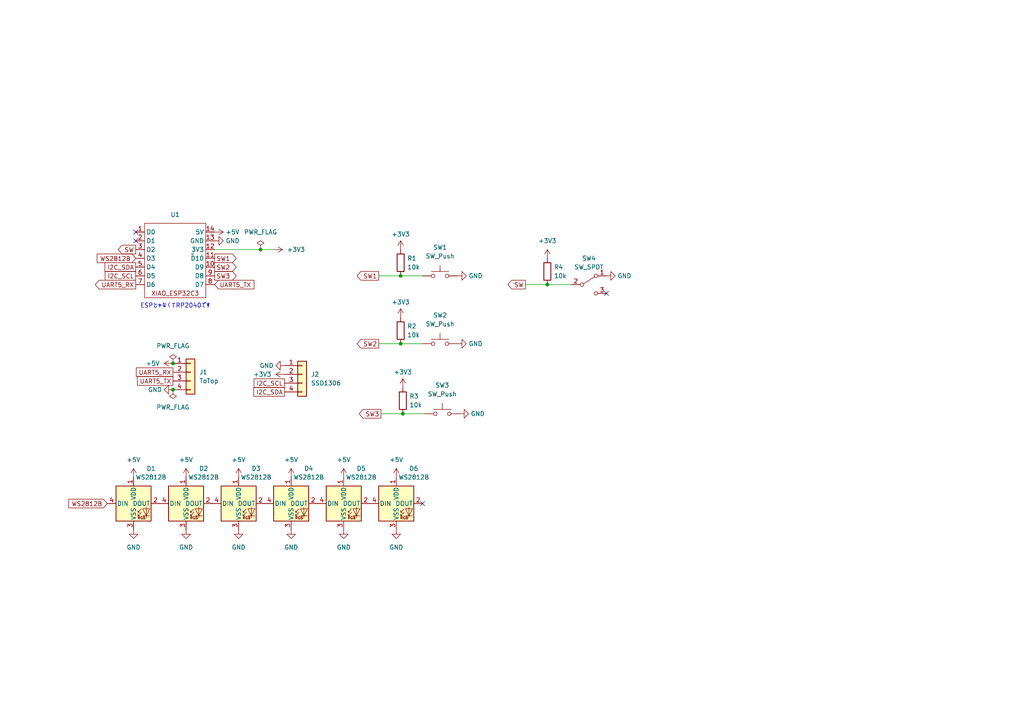
<source format=kicad_sch>
(kicad_sch (version 20230121) (generator eeschema)

  (uuid 56e2af69-96bd-455b-a138-934a805278bc)

  (paper "A4")

  (title_block
    (title "02-top")
    (date "2024-04-28")
    (company "tuton")
  )

  (lib_symbols
    (symbol "Connector_Generic:Conn_01x04" (pin_names (offset 1.016) hide) (in_bom yes) (on_board yes)
      (property "Reference" "J" (at 0 5.08 0)
        (effects (font (size 1.27 1.27)))
      )
      (property "Value" "Conn_01x04" (at 0 -7.62 0)
        (effects (font (size 1.27 1.27)))
      )
      (property "Footprint" "" (at 0 0 0)
        (effects (font (size 1.27 1.27)) hide)
      )
      (property "Datasheet" "~" (at 0 0 0)
        (effects (font (size 1.27 1.27)) hide)
      )
      (property "ki_keywords" "connector" (at 0 0 0)
        (effects (font (size 1.27 1.27)) hide)
      )
      (property "ki_description" "Generic connector, single row, 01x04, script generated (kicad-library-utils/schlib/autogen/connector/)" (at 0 0 0)
        (effects (font (size 1.27 1.27)) hide)
      )
      (property "ki_fp_filters" "Connector*:*_1x??_*" (at 0 0 0)
        (effects (font (size 1.27 1.27)) hide)
      )
      (symbol "Conn_01x04_1_1"
        (rectangle (start -1.27 -4.953) (end 0 -5.207)
          (stroke (width 0.1524) (type default))
          (fill (type none))
        )
        (rectangle (start -1.27 -2.413) (end 0 -2.667)
          (stroke (width 0.1524) (type default))
          (fill (type none))
        )
        (rectangle (start -1.27 0.127) (end 0 -0.127)
          (stroke (width 0.1524) (type default))
          (fill (type none))
        )
        (rectangle (start -1.27 2.667) (end 0 2.413)
          (stroke (width 0.1524) (type default))
          (fill (type none))
        )
        (rectangle (start -1.27 3.81) (end 1.27 -6.35)
          (stroke (width 0.254) (type default))
          (fill (type background))
        )
        (pin passive line (at -5.08 2.54 0) (length 3.81)
          (name "Pin_1" (effects (font (size 1.27 1.27))))
          (number "1" (effects (font (size 1.27 1.27))))
        )
        (pin passive line (at -5.08 0 0) (length 3.81)
          (name "Pin_2" (effects (font (size 1.27 1.27))))
          (number "2" (effects (font (size 1.27 1.27))))
        )
        (pin passive line (at -5.08 -2.54 0) (length 3.81)
          (name "Pin_3" (effects (font (size 1.27 1.27))))
          (number "3" (effects (font (size 1.27 1.27))))
        )
        (pin passive line (at -5.08 -5.08 0) (length 3.81)
          (name "Pin_4" (effects (font (size 1.27 1.27))))
          (number "4" (effects (font (size 1.27 1.27))))
        )
      )
    )
    (symbol "Device:R" (pin_numbers hide) (pin_names (offset 0)) (in_bom yes) (on_board yes)
      (property "Reference" "R" (at 2.032 0 90)
        (effects (font (size 1.27 1.27)))
      )
      (property "Value" "R" (at 0 0 90)
        (effects (font (size 1.27 1.27)))
      )
      (property "Footprint" "" (at -1.778 0 90)
        (effects (font (size 1.27 1.27)) hide)
      )
      (property "Datasheet" "~" (at 0 0 0)
        (effects (font (size 1.27 1.27)) hide)
      )
      (property "ki_keywords" "R res resistor" (at 0 0 0)
        (effects (font (size 1.27 1.27)) hide)
      )
      (property "ki_description" "Resistor" (at 0 0 0)
        (effects (font (size 1.27 1.27)) hide)
      )
      (property "ki_fp_filters" "R_*" (at 0 0 0)
        (effects (font (size 1.27 1.27)) hide)
      )
      (symbol "R_0_1"
        (rectangle (start -1.016 -2.54) (end 1.016 2.54)
          (stroke (width 0.254) (type default))
          (fill (type none))
        )
      )
      (symbol "R_1_1"
        (pin passive line (at 0 3.81 270) (length 1.27)
          (name "~" (effects (font (size 1.27 1.27))))
          (number "1" (effects (font (size 1.27 1.27))))
        )
        (pin passive line (at 0 -3.81 90) (length 1.27)
          (name "~" (effects (font (size 1.27 1.27))))
          (number "2" (effects (font (size 1.27 1.27))))
        )
      )
    )
    (symbol "LED:WS2812B" (pin_names (offset 0.254)) (in_bom yes) (on_board yes)
      (property "Reference" "D" (at 5.08 5.715 0)
        (effects (font (size 1.27 1.27)) (justify right bottom))
      )
      (property "Value" "WS2812B" (at 1.27 -5.715 0)
        (effects (font (size 1.27 1.27)) (justify left top))
      )
      (property "Footprint" "LED_SMD:LED_WS2812B_PLCC4_5.0x5.0mm_P3.2mm" (at 1.27 -7.62 0)
        (effects (font (size 1.27 1.27)) (justify left top) hide)
      )
      (property "Datasheet" "https://cdn-shop.adafruit.com/datasheets/WS2812B.pdf" (at 2.54 -9.525 0)
        (effects (font (size 1.27 1.27)) (justify left top) hide)
      )
      (property "ki_keywords" "RGB LED NeoPixel addressable" (at 0 0 0)
        (effects (font (size 1.27 1.27)) hide)
      )
      (property "ki_description" "RGB LED with integrated controller" (at 0 0 0)
        (effects (font (size 1.27 1.27)) hide)
      )
      (property "ki_fp_filters" "LED*WS2812*PLCC*5.0x5.0mm*P3.2mm*" (at 0 0 0)
        (effects (font (size 1.27 1.27)) hide)
      )
      (symbol "WS2812B_0_0"
        (text "RGB" (at 2.286 -4.191 0)
          (effects (font (size 0.762 0.762)))
        )
      )
      (symbol "WS2812B_0_1"
        (polyline
          (pts
            (xy 1.27 -3.556)
            (xy 1.778 -3.556)
          )
          (stroke (width 0) (type default))
          (fill (type none))
        )
        (polyline
          (pts
            (xy 1.27 -2.54)
            (xy 1.778 -2.54)
          )
          (stroke (width 0) (type default))
          (fill (type none))
        )
        (polyline
          (pts
            (xy 4.699 -3.556)
            (xy 2.667 -3.556)
          )
          (stroke (width 0) (type default))
          (fill (type none))
        )
        (polyline
          (pts
            (xy 2.286 -2.54)
            (xy 1.27 -3.556)
            (xy 1.27 -3.048)
          )
          (stroke (width 0) (type default))
          (fill (type none))
        )
        (polyline
          (pts
            (xy 2.286 -1.524)
            (xy 1.27 -2.54)
            (xy 1.27 -2.032)
          )
          (stroke (width 0) (type default))
          (fill (type none))
        )
        (polyline
          (pts
            (xy 3.683 -1.016)
            (xy 3.683 -3.556)
            (xy 3.683 -4.064)
          )
          (stroke (width 0) (type default))
          (fill (type none))
        )
        (polyline
          (pts
            (xy 4.699 -1.524)
            (xy 2.667 -1.524)
            (xy 3.683 -3.556)
            (xy 4.699 -1.524)
          )
          (stroke (width 0) (type default))
          (fill (type none))
        )
        (rectangle (start 5.08 5.08) (end -5.08 -5.08)
          (stroke (width 0.254) (type default))
          (fill (type background))
        )
      )
      (symbol "WS2812B_1_1"
        (pin power_in line (at 0 7.62 270) (length 2.54)
          (name "VDD" (effects (font (size 1.27 1.27))))
          (number "1" (effects (font (size 1.27 1.27))))
        )
        (pin output line (at 7.62 0 180) (length 2.54)
          (name "DOUT" (effects (font (size 1.27 1.27))))
          (number "2" (effects (font (size 1.27 1.27))))
        )
        (pin power_in line (at 0 -7.62 90) (length 2.54)
          (name "VSS" (effects (font (size 1.27 1.27))))
          (number "3" (effects (font (size 1.27 1.27))))
        )
        (pin input line (at -7.62 0 0) (length 2.54)
          (name "DIN" (effects (font (size 1.27 1.27))))
          (number "4" (effects (font (size 1.27 1.27))))
        )
      )
    )
    (symbol "Switch:SW_Push" (pin_numbers hide) (pin_names (offset 1.016) hide) (in_bom yes) (on_board yes)
      (property "Reference" "SW" (at 1.27 2.54 0)
        (effects (font (size 1.27 1.27)) (justify left))
      )
      (property "Value" "SW_Push" (at 0 -1.524 0)
        (effects (font (size 1.27 1.27)))
      )
      (property "Footprint" "" (at 0 5.08 0)
        (effects (font (size 1.27 1.27)) hide)
      )
      (property "Datasheet" "~" (at 0 5.08 0)
        (effects (font (size 1.27 1.27)) hide)
      )
      (property "ki_keywords" "switch normally-open pushbutton push-button" (at 0 0 0)
        (effects (font (size 1.27 1.27)) hide)
      )
      (property "ki_description" "Push button switch, generic, two pins" (at 0 0 0)
        (effects (font (size 1.27 1.27)) hide)
      )
      (symbol "SW_Push_0_1"
        (circle (center -2.032 0) (radius 0.508)
          (stroke (width 0) (type default))
          (fill (type none))
        )
        (polyline
          (pts
            (xy 0 1.27)
            (xy 0 3.048)
          )
          (stroke (width 0) (type default))
          (fill (type none))
        )
        (polyline
          (pts
            (xy 2.54 1.27)
            (xy -2.54 1.27)
          )
          (stroke (width 0) (type default))
          (fill (type none))
        )
        (circle (center 2.032 0) (radius 0.508)
          (stroke (width 0) (type default))
          (fill (type none))
        )
        (pin passive line (at -5.08 0 0) (length 2.54)
          (name "1" (effects (font (size 1.27 1.27))))
          (number "1" (effects (font (size 1.27 1.27))))
        )
        (pin passive line (at 5.08 0 180) (length 2.54)
          (name "2" (effects (font (size 1.27 1.27))))
          (number "2" (effects (font (size 1.27 1.27))))
        )
      )
    )
    (symbol "Switch:SW_SPDT" (pin_names (offset 0) hide) (in_bom yes) (on_board yes)
      (property "Reference" "SW" (at 0 4.318 0)
        (effects (font (size 1.27 1.27)))
      )
      (property "Value" "SW_SPDT" (at 0 -5.08 0)
        (effects (font (size 1.27 1.27)))
      )
      (property "Footprint" "" (at 0 0 0)
        (effects (font (size 1.27 1.27)) hide)
      )
      (property "Datasheet" "~" (at 0 0 0)
        (effects (font (size 1.27 1.27)) hide)
      )
      (property "ki_keywords" "switch single-pole double-throw spdt ON-ON" (at 0 0 0)
        (effects (font (size 1.27 1.27)) hide)
      )
      (property "ki_description" "Switch, single pole double throw" (at 0 0 0)
        (effects (font (size 1.27 1.27)) hide)
      )
      (symbol "SW_SPDT_0_0"
        (circle (center -2.032 0) (radius 0.508)
          (stroke (width 0) (type default))
          (fill (type none))
        )
        (circle (center 2.032 -2.54) (radius 0.508)
          (stroke (width 0) (type default))
          (fill (type none))
        )
      )
      (symbol "SW_SPDT_0_1"
        (polyline
          (pts
            (xy -1.524 0.254)
            (xy 1.651 2.286)
          )
          (stroke (width 0) (type default))
          (fill (type none))
        )
        (circle (center 2.032 2.54) (radius 0.508)
          (stroke (width 0) (type default))
          (fill (type none))
        )
      )
      (symbol "SW_SPDT_1_1"
        (pin passive line (at 5.08 2.54 180) (length 2.54)
          (name "A" (effects (font (size 1.27 1.27))))
          (number "1" (effects (font (size 1.27 1.27))))
        )
        (pin passive line (at -5.08 0 0) (length 2.54)
          (name "B" (effects (font (size 1.27 1.27))))
          (number "2" (effects (font (size 1.27 1.27))))
        )
        (pin passive line (at 5.08 -2.54 180) (length 2.54)
          (name "C" (effects (font (size 1.27 1.27))))
          (number "3" (effects (font (size 1.27 1.27))))
        )
      )
    )
    (symbol "XIAO:XIAO_ESP32C3" (in_bom yes) (on_board yes)
      (property "Reference" "U" (at -6.35 -13.97 0)
        (effects (font (size 1.27 1.27)))
      )
      (property "Value" "" (at 5.08 0 0)
        (effects (font (size 1.27 1.27)))
      )
      (property "Footprint" "" (at 5.08 0 0)
        (effects (font (size 1.27 1.27)) hide)
      )
      (property "Datasheet" "" (at 5.08 0 0)
        (effects (font (size 1.27 1.27)) hide)
      )
      (symbol "XIAO_ESP32C3_0_1"
        (rectangle (start -8.89 8.89) (end 8.89 -12.7)
          (stroke (width 0) (type default))
          (fill (type none))
        )
      )
      (symbol "XIAO_ESP32C3_1_1"
        (text "XIAO_ESP32C3" (at 0 -11.43 0)
          (effects (font (size 1.27 1.27)))
        )
        (pin passive line (at -11.43 6.35 0) (length 2.54)
          (name "D0" (effects (font (size 1.27 1.27))))
          (number "1" (effects (font (size 1.27 1.27))))
        )
        (pin passive line (at 11.43 -3.81 180) (length 2.54)
          (name "D9" (effects (font (size 1.27 1.27))))
          (number "10" (effects (font (size 1.27 1.27))))
        )
        (pin passive line (at 11.43 -1.27 180) (length 2.54)
          (name "D10" (effects (font (size 1.27 1.27))))
          (number "11" (effects (font (size 1.27 1.27))))
        )
        (pin passive line (at 11.43 1.27 180) (length 2.54)
          (name "3V3" (effects (font (size 1.27 1.27))))
          (number "12" (effects (font (size 1.27 1.27))))
        )
        (pin passive line (at 11.43 3.81 180) (length 2.54)
          (name "GND" (effects (font (size 1.27 1.27))))
          (number "13" (effects (font (size 1.27 1.27))))
        )
        (pin passive line (at 11.43 6.35 180) (length 2.54)
          (name "5V" (effects (font (size 1.27 1.27))))
          (number "14" (effects (font (size 1.27 1.27))))
        )
        (pin passive line (at -11.43 3.81 0) (length 2.54)
          (name "D1" (effects (font (size 1.27 1.27))))
          (number "2" (effects (font (size 1.27 1.27))))
        )
        (pin passive line (at -11.43 1.27 0) (length 2.54)
          (name "D2" (effects (font (size 1.27 1.27))))
          (number "3" (effects (font (size 1.27 1.27))))
        )
        (pin passive line (at -11.43 -1.27 0) (length 2.54)
          (name "D3" (effects (font (size 1.27 1.27))))
          (number "4" (effects (font (size 1.27 1.27))))
        )
        (pin passive line (at -11.43 -3.81 0) (length 2.54)
          (name "D4" (effects (font (size 1.27 1.27))))
          (number "5" (effects (font (size 1.27 1.27))))
        )
        (pin passive line (at -11.43 -6.35 0) (length 2.54)
          (name "D5" (effects (font (size 1.27 1.27))))
          (number "6" (effects (font (size 1.27 1.27))))
        )
        (pin passive line (at -11.43 -8.89 0) (length 2.54)
          (name "D6" (effects (font (size 1.27 1.27))))
          (number "7" (effects (font (size 1.27 1.27))))
        )
        (pin passive line (at 11.43 -8.89 180) (length 2.54)
          (name "D7" (effects (font (size 1.27 1.27))))
          (number "8" (effects (font (size 1.27 1.27))))
        )
        (pin passive line (at 11.43 -6.35 180) (length 2.54)
          (name "D8" (effects (font (size 1.27 1.27))))
          (number "9" (effects (font (size 1.27 1.27))))
        )
      )
    )
    (symbol "power:+3V3" (power) (pin_names (offset 0)) (in_bom yes) (on_board yes)
      (property "Reference" "#PWR" (at 0 -3.81 0)
        (effects (font (size 1.27 1.27)) hide)
      )
      (property "Value" "+3V3" (at 0 3.556 0)
        (effects (font (size 1.27 1.27)))
      )
      (property "Footprint" "" (at 0 0 0)
        (effects (font (size 1.27 1.27)) hide)
      )
      (property "Datasheet" "" (at 0 0 0)
        (effects (font (size 1.27 1.27)) hide)
      )
      (property "ki_keywords" "global power" (at 0 0 0)
        (effects (font (size 1.27 1.27)) hide)
      )
      (property "ki_description" "Power symbol creates a global label with name \"+3V3\"" (at 0 0 0)
        (effects (font (size 1.27 1.27)) hide)
      )
      (symbol "+3V3_0_1"
        (polyline
          (pts
            (xy -0.762 1.27)
            (xy 0 2.54)
          )
          (stroke (width 0) (type default))
          (fill (type none))
        )
        (polyline
          (pts
            (xy 0 0)
            (xy 0 2.54)
          )
          (stroke (width 0) (type default))
          (fill (type none))
        )
        (polyline
          (pts
            (xy 0 2.54)
            (xy 0.762 1.27)
          )
          (stroke (width 0) (type default))
          (fill (type none))
        )
      )
      (symbol "+3V3_1_1"
        (pin power_in line (at 0 0 90) (length 0) hide
          (name "+3V3" (effects (font (size 1.27 1.27))))
          (number "1" (effects (font (size 1.27 1.27))))
        )
      )
    )
    (symbol "power:+5V" (power) (pin_names (offset 0)) (in_bom yes) (on_board yes)
      (property "Reference" "#PWR" (at 0 -3.81 0)
        (effects (font (size 1.27 1.27)) hide)
      )
      (property "Value" "+5V" (at 0 3.556 0)
        (effects (font (size 1.27 1.27)))
      )
      (property "Footprint" "" (at 0 0 0)
        (effects (font (size 1.27 1.27)) hide)
      )
      (property "Datasheet" "" (at 0 0 0)
        (effects (font (size 1.27 1.27)) hide)
      )
      (property "ki_keywords" "global power" (at 0 0 0)
        (effects (font (size 1.27 1.27)) hide)
      )
      (property "ki_description" "Power symbol creates a global label with name \"+5V\"" (at 0 0 0)
        (effects (font (size 1.27 1.27)) hide)
      )
      (symbol "+5V_0_1"
        (polyline
          (pts
            (xy -0.762 1.27)
            (xy 0 2.54)
          )
          (stroke (width 0) (type default))
          (fill (type none))
        )
        (polyline
          (pts
            (xy 0 0)
            (xy 0 2.54)
          )
          (stroke (width 0) (type default))
          (fill (type none))
        )
        (polyline
          (pts
            (xy 0 2.54)
            (xy 0.762 1.27)
          )
          (stroke (width 0) (type default))
          (fill (type none))
        )
      )
      (symbol "+5V_1_1"
        (pin power_in line (at 0 0 90) (length 0) hide
          (name "+5V" (effects (font (size 1.27 1.27))))
          (number "1" (effects (font (size 1.27 1.27))))
        )
      )
    )
    (symbol "power:GND" (power) (pin_names (offset 0)) (in_bom yes) (on_board yes)
      (property "Reference" "#PWR" (at 0 -6.35 0)
        (effects (font (size 1.27 1.27)) hide)
      )
      (property "Value" "GND" (at 0 -3.81 0)
        (effects (font (size 1.27 1.27)))
      )
      (property "Footprint" "" (at 0 0 0)
        (effects (font (size 1.27 1.27)) hide)
      )
      (property "Datasheet" "" (at 0 0 0)
        (effects (font (size 1.27 1.27)) hide)
      )
      (property "ki_keywords" "global power" (at 0 0 0)
        (effects (font (size 1.27 1.27)) hide)
      )
      (property "ki_description" "Power symbol creates a global label with name \"GND\" , ground" (at 0 0 0)
        (effects (font (size 1.27 1.27)) hide)
      )
      (symbol "GND_0_1"
        (polyline
          (pts
            (xy 0 0)
            (xy 0 -1.27)
            (xy 1.27 -1.27)
            (xy 0 -2.54)
            (xy -1.27 -1.27)
            (xy 0 -1.27)
          )
          (stroke (width 0) (type default))
          (fill (type none))
        )
      )
      (symbol "GND_1_1"
        (pin power_in line (at 0 0 270) (length 0) hide
          (name "GND" (effects (font (size 1.27 1.27))))
          (number "1" (effects (font (size 1.27 1.27))))
        )
      )
    )
    (symbol "power:PWR_FLAG" (power) (pin_numbers hide) (pin_names (offset 0) hide) (in_bom yes) (on_board yes)
      (property "Reference" "#FLG" (at 0 1.905 0)
        (effects (font (size 1.27 1.27)) hide)
      )
      (property "Value" "PWR_FLAG" (at 0 3.81 0)
        (effects (font (size 1.27 1.27)))
      )
      (property "Footprint" "" (at 0 0 0)
        (effects (font (size 1.27 1.27)) hide)
      )
      (property "Datasheet" "~" (at 0 0 0)
        (effects (font (size 1.27 1.27)) hide)
      )
      (property "ki_keywords" "flag power" (at 0 0 0)
        (effects (font (size 1.27 1.27)) hide)
      )
      (property "ki_description" "Special symbol for telling ERC where power comes from" (at 0 0 0)
        (effects (font (size 1.27 1.27)) hide)
      )
      (symbol "PWR_FLAG_0_0"
        (pin power_out line (at 0 0 90) (length 0)
          (name "pwr" (effects (font (size 1.27 1.27))))
          (number "1" (effects (font (size 1.27 1.27))))
        )
      )
      (symbol "PWR_FLAG_0_1"
        (polyline
          (pts
            (xy 0 0)
            (xy 0 1.27)
            (xy -1.016 1.905)
            (xy 0 2.54)
            (xy 1.016 1.905)
            (xy 0 1.27)
          )
          (stroke (width 0) (type default))
          (fill (type none))
        )
      )
    )
  )

  (junction (at 116.205 80.01) (diameter 0) (color 0 0 0 0)
    (uuid 151bdcb2-a797-49be-9455-421aa9486a1c)
  )
  (junction (at 116.84 120.015) (diameter 0) (color 0 0 0 0)
    (uuid 1a113d71-ef98-4279-8de9-f9cf60b94679)
  )
  (junction (at 50.165 113.03) (diameter 0) (color 0 0 0 0)
    (uuid 1a662965-3e69-48b8-9def-07ea85e31788)
  )
  (junction (at 50.165 105.41) (diameter 0) (color 0 0 0 0)
    (uuid a776e086-c99e-47d8-ad86-c5f08db07411)
  )
  (junction (at 116.205 99.695) (diameter 0) (color 0 0 0 0)
    (uuid bd45d513-41bd-44ff-b92c-32e59624e772)
  )
  (junction (at 75.565 72.39) (diameter 0) (color 0 0 0 0)
    (uuid d7fbcbfb-3d44-46f5-b751-72cff806fb7c)
  )
  (junction (at 158.75 82.55) (diameter 0) (color 0 0 0 0)
    (uuid fe06e868-e19b-4c75-b653-e0e69608c86a)
  )

  (no_connect (at 175.895 85.09) (uuid 737e9039-d261-41c5-b5b4-339461fa5811))
  (no_connect (at 39.37 69.85) (uuid 7858a9e4-d299-4e89-b372-47f47894e65e))
  (no_connect (at 122.555 146.05) (uuid 8c085326-b35f-459a-9be6-24746c514916))
  (no_connect (at 39.37 67.31) (uuid c50fc3c0-2519-4d6c-a328-550cd1b653bc))

  (wire (pts (xy 116.205 99.695) (xy 122.555 99.695))
    (stroke (width 0) (type default))
    (uuid 3d7bddaf-2b7c-4668-aa20-10fc2e53db85)
  )
  (wire (pts (xy 79.375 72.39) (xy 75.565 72.39))
    (stroke (width 0) (type default))
    (uuid 4527256b-7868-4269-936a-3e65add5aba9)
  )
  (wire (pts (xy 109.855 80.01) (xy 116.205 80.01))
    (stroke (width 0) (type default))
    (uuid 50f363e6-7695-4215-9c5e-58e38d547416)
  )
  (wire (pts (xy 158.75 82.55) (xy 165.735 82.55))
    (stroke (width 0) (type default))
    (uuid 93b6e780-61c6-4bda-a9ef-aa738c40662d)
  )
  (wire (pts (xy 152.4 82.55) (xy 158.75 82.55))
    (stroke (width 0) (type default))
    (uuid 95dd9af0-838f-47c3-8921-abb8cd95cf08)
  )
  (wire (pts (xy 75.565 72.39) (xy 62.23 72.39))
    (stroke (width 0) (type default))
    (uuid 99d03b39-0797-4977-9563-233ae4e9dadc)
  )
  (wire (pts (xy 116.205 80.01) (xy 122.555 80.01))
    (stroke (width 0) (type default))
    (uuid a5aaf879-3c6e-4102-bbfb-b6906d20e545)
  )
  (wire (pts (xy 110.49 120.015) (xy 116.84 120.015))
    (stroke (width 0) (type default))
    (uuid cf243050-fda3-493d-ab16-65cc1fc207aa)
  )
  (wire (pts (xy 116.84 120.015) (xy 123.19 120.015))
    (stroke (width 0) (type default))
    (uuid e4907cff-9eff-44e1-b4ea-cfedecca325f)
  )
  (wire (pts (xy 109.855 99.695) (xy 116.205 99.695))
    (stroke (width 0) (type default))
    (uuid efcef2b4-c316-4974-96e3-5da6c85b263c)
  )

  (text "ESPじゃなくてRP2040です" (at 40.64 89.535 0)
    (effects (font (size 1.27 1.27)) (justify left bottom))
    (uuid 9d4c1907-5dda-4ef4-a21b-f88135e1d714)
  )

  (global_label "UART5_TX" (shape passive) (at 50.165 110.49 180) (fields_autoplaced)
    (effects (font (size 1.27 1.27)) (justify right))
    (uuid 075aab5a-8d56-48ec-9770-b8645c9a6317)
    (property "Intersheetrefs" "${INTERSHEET_REFS}" (at 39.2802 110.49 0)
      (effects (font (size 1.27 1.27)) (justify right) hide)
    )
  )
  (global_label "WS2812B" (shape input) (at 39.37 74.93 180) (fields_autoplaced)
    (effects (font (size 1.27 1.27)) (justify right))
    (uuid 1868bfe1-1a1c-4271-a611-233a7c200e74)
    (property "Intersheetrefs" "${INTERSHEET_REFS}" (at 27.6159 74.93 0)
      (effects (font (size 1.27 1.27)) (justify right) hide)
    )
  )
  (global_label "I2C_SCL" (shape passive) (at 82.55 111.125 180) (fields_autoplaced)
    (effects (font (size 1.27 1.27)) (justify right))
    (uuid 25ff25c5-ade3-481f-8856-6a219cb4661c)
    (property "Intersheetrefs" "${INTERSHEET_REFS}" (at 73.1166 111.125 0)
      (effects (font (size 1.27 1.27)) (justify right) hide)
    )
  )
  (global_label "SW" (shape output) (at 152.4 82.55 180) (fields_autoplaced)
    (effects (font (size 1.27 1.27)) (justify right))
    (uuid 39dac65a-3310-487c-8070-c43baa0244e2)
    (property "Intersheetrefs" "${INTERSHEET_REFS}" (at 146.7539 82.55 0)
      (effects (font (size 1.27 1.27)) (justify right) hide)
    )
  )
  (global_label "UART5_RX" (shape passive) (at 50.165 107.95 180) (fields_autoplaced)
    (effects (font (size 1.27 1.27)) (justify right))
    (uuid 3c57dc39-29e2-4f88-8476-7692a64440e0)
    (property "Intersheetrefs" "${INTERSHEET_REFS}" (at 38.9778 107.95 0)
      (effects (font (size 1.27 1.27)) (justify right) hide)
    )
  )
  (global_label "SW3" (shape output) (at 62.23 80.01 0) (fields_autoplaced)
    (effects (font (size 1.27 1.27)) (justify left))
    (uuid 5a3159f4-15c8-4a23-9dea-1a3a1565b472)
    (property "Intersheetrefs" "${INTERSHEET_REFS}" (at 69.0856 80.01 0)
      (effects (font (size 1.27 1.27)) (justify left) hide)
    )
  )
  (global_label "UART5_TX" (shape input) (at 62.23 82.55 0) (fields_autoplaced)
    (effects (font (size 1.27 1.27)) (justify left))
    (uuid 751078d4-b8f6-4676-ac6b-1d7fba4ed7ee)
    (property "Intersheetrefs" "${INTERSHEET_REFS}" (at 74.2261 82.55 0)
      (effects (font (size 1.27 1.27)) (justify left) hide)
    )
  )
  (global_label "SW3" (shape output) (at 110.49 120.015 180) (fields_autoplaced)
    (effects (font (size 1.27 1.27)) (justify right))
    (uuid 795fc5a7-57eb-4c8a-8178-cf676883c671)
    (property "Intersheetrefs" "${INTERSHEET_REFS}" (at 103.6344 120.015 0)
      (effects (font (size 1.27 1.27)) (justify right) hide)
    )
  )
  (global_label "SW1" (shape output) (at 109.855 80.01 180) (fields_autoplaced)
    (effects (font (size 1.27 1.27)) (justify right))
    (uuid 83c747ff-7cc6-4ecf-b055-b124eb89adf3)
    (property "Intersheetrefs" "${INTERSHEET_REFS}" (at 102.9994 80.01 0)
      (effects (font (size 1.27 1.27)) (justify right) hide)
    )
  )
  (global_label "SW1" (shape output) (at 62.23 74.93 0) (fields_autoplaced)
    (effects (font (size 1.27 1.27)) (justify left))
    (uuid 924969e2-f6b7-436e-ba49-156097514b16)
    (property "Intersheetrefs" "${INTERSHEET_REFS}" (at 69.0856 74.93 0)
      (effects (font (size 1.27 1.27)) (justify left) hide)
    )
  )
  (global_label "I2C_SDA" (shape passive) (at 39.37 77.47 180) (fields_autoplaced)
    (effects (font (size 1.27 1.27)) (justify right))
    (uuid a60ad3dc-fa02-493f-8918-868504d91e49)
    (property "Intersheetrefs" "${INTERSHEET_REFS}" (at 29.8761 77.47 0)
      (effects (font (size 1.27 1.27)) (justify right) hide)
    )
  )
  (global_label "I2C_SCL" (shape passive) (at 39.37 80.01 180) (fields_autoplaced)
    (effects (font (size 1.27 1.27)) (justify right))
    (uuid b171217d-b874-4044-bd18-b6f4cd4c3e7d)
    (property "Intersheetrefs" "${INTERSHEET_REFS}" (at 29.9366 80.01 0)
      (effects (font (size 1.27 1.27)) (justify right) hide)
    )
  )
  (global_label "SW2" (shape output) (at 62.23 77.47 0) (fields_autoplaced)
    (effects (font (size 1.27 1.27)) (justify left))
    (uuid bcee647b-3fd6-4df1-b0b7-012d02a147aa)
    (property "Intersheetrefs" "${INTERSHEET_REFS}" (at 69.0856 77.47 0)
      (effects (font (size 1.27 1.27)) (justify left) hide)
    )
  )
  (global_label "SW" (shape output) (at 39.37 72.39 180) (fields_autoplaced)
    (effects (font (size 1.27 1.27)) (justify right))
    (uuid c71b4176-310b-4b15-ba93-d81fbd239c0a)
    (property "Intersheetrefs" "${INTERSHEET_REFS}" (at 33.7239 72.39 0)
      (effects (font (size 1.27 1.27)) (justify right) hide)
    )
  )
  (global_label "WS2812B" (shape input) (at 31.115 146.05 180) (fields_autoplaced)
    (effects (font (size 1.27 1.27)) (justify right))
    (uuid c8002a57-ac44-4c09-953b-445292908710)
    (property "Intersheetrefs" "${INTERSHEET_REFS}" (at 19.3609 146.05 0)
      (effects (font (size 1.27 1.27)) (justify right) hide)
    )
  )
  (global_label "SW2" (shape output) (at 109.855 99.695 180) (fields_autoplaced)
    (effects (font (size 1.27 1.27)) (justify right))
    (uuid d512866d-dda6-48ce-a327-18189f8bb856)
    (property "Intersheetrefs" "${INTERSHEET_REFS}" (at 102.9994 99.695 0)
      (effects (font (size 1.27 1.27)) (justify right) hide)
    )
  )
  (global_label "I2C_SDA" (shape passive) (at 82.55 113.665 180) (fields_autoplaced)
    (effects (font (size 1.27 1.27)) (justify right))
    (uuid de0d29c1-b425-4e04-9f4d-9d4c07d4ba39)
    (property "Intersheetrefs" "${INTERSHEET_REFS}" (at 73.0561 113.665 0)
      (effects (font (size 1.27 1.27)) (justify right) hide)
    )
  )
  (global_label "UART5_RX" (shape output) (at 39.37 82.55 180) (fields_autoplaced)
    (effects (font (size 1.27 1.27)) (justify right))
    (uuid de98628b-2db1-4adc-abb3-2af12e9f017c)
    (property "Intersheetrefs" "${INTERSHEET_REFS}" (at 27.0715 82.55 0)
      (effects (font (size 1.27 1.27)) (justify right) hide)
    )
  )

  (symbol (lib_id "Device:R") (at 116.84 116.205 0) (unit 1)
    (in_bom yes) (on_board yes) (dnp no) (fields_autoplaced)
    (uuid 011c4895-533a-41e4-aab0-886adbca13f4)
    (property "Reference" "R3" (at 118.745 114.935 0)
      (effects (font (size 1.27 1.27)) (justify left))
    )
    (property "Value" "10k" (at 118.745 117.475 0)
      (effects (font (size 1.27 1.27)) (justify left))
    )
    (property "Footprint" "Resistor_THT:R_Axial_DIN0207_L6.3mm_D2.5mm_P10.16mm_Horizontal" (at 115.062 116.205 90)
      (effects (font (size 1.27 1.27)) hide)
    )
    (property "Datasheet" "~" (at 116.84 116.205 0)
      (effects (font (size 1.27 1.27)) hide)
    )
    (pin "1" (uuid 574153fd-8d64-4e24-942c-e5e1ee6d5b91))
    (pin "2" (uuid f31bbf19-210f-43a9-88e5-005e8ffe54c2))
    (instances
      (project "02-top"
        (path "/56e2af69-96bd-455b-a138-934a805278bc"
          (reference "R3") (unit 1)
        )
      )
    )
  )

  (symbol (lib_id "power:PWR_FLAG") (at 50.165 113.03 180) (unit 1)
    (in_bom yes) (on_board yes) (dnp no) (fields_autoplaced)
    (uuid 0b8f5924-d12f-47fc-8d1d-71f5e3f563d7)
    (property "Reference" "#FLG02" (at 50.165 114.935 0)
      (effects (font (size 1.27 1.27)) hide)
    )
    (property "Value" "PWR_FLAG" (at 50.165 118.11 0)
      (effects (font (size 1.27 1.27)))
    )
    (property "Footprint" "" (at 50.165 113.03 0)
      (effects (font (size 1.27 1.27)) hide)
    )
    (property "Datasheet" "~" (at 50.165 113.03 0)
      (effects (font (size 1.27 1.27)) hide)
    )
    (pin "1" (uuid 80d3e3f8-4814-499b-972a-93af21767134))
    (instances
      (project "02-top"
        (path "/56e2af69-96bd-455b-a138-934a805278bc"
          (reference "#FLG02") (unit 1)
        )
      )
    )
  )

  (symbol (lib_id "power:PWR_FLAG") (at 50.165 105.41 0) (unit 1)
    (in_bom yes) (on_board yes) (dnp no) (fields_autoplaced)
    (uuid 0e4857cc-fbfb-475b-86e1-6edfa9566e99)
    (property "Reference" "#FLG01" (at 50.165 103.505 0)
      (effects (font (size 1.27 1.27)) hide)
    )
    (property "Value" "PWR_FLAG" (at 50.165 100.33 0)
      (effects (font (size 1.27 1.27)))
    )
    (property "Footprint" "" (at 50.165 105.41 0)
      (effects (font (size 1.27 1.27)) hide)
    )
    (property "Datasheet" "~" (at 50.165 105.41 0)
      (effects (font (size 1.27 1.27)) hide)
    )
    (pin "1" (uuid 80d3e3f8-4814-499b-972a-93af21767135))
    (instances
      (project "02-top"
        (path "/56e2af69-96bd-455b-a138-934a805278bc"
          (reference "#FLG01") (unit 1)
        )
      )
    )
  )

  (symbol (lib_id "Device:R") (at 158.75 78.74 0) (unit 1)
    (in_bom yes) (on_board yes) (dnp no) (fields_autoplaced)
    (uuid 110c2cf2-800e-45ee-a87f-725d36695172)
    (property "Reference" "R4" (at 160.655 77.47 0)
      (effects (font (size 1.27 1.27)) (justify left))
    )
    (property "Value" "10k" (at 160.655 80.01 0)
      (effects (font (size 1.27 1.27)) (justify left))
    )
    (property "Footprint" "Resistor_THT:R_Axial_DIN0207_L6.3mm_D2.5mm_P10.16mm_Horizontal" (at 156.972 78.74 90)
      (effects (font (size 1.27 1.27)) hide)
    )
    (property "Datasheet" "~" (at 158.75 78.74 0)
      (effects (font (size 1.27 1.27)) hide)
    )
    (pin "1" (uuid ad3e9748-4e7c-4152-9fb6-c0ef06b12eca))
    (pin "2" (uuid aced1d84-fa44-4616-815d-8b9fba2e9547))
    (instances
      (project "02-top"
        (path "/56e2af69-96bd-455b-a138-934a805278bc"
          (reference "R4") (unit 1)
        )
      )
    )
  )

  (symbol (lib_id "power:GND") (at 99.695 153.67 0) (unit 1)
    (in_bom yes) (on_board yes) (dnp no) (fields_autoplaced)
    (uuid 143ce284-f226-47d6-886f-ed9b8c14fe44)
    (property "Reference" "#PWR021" (at 99.695 160.02 0)
      (effects (font (size 1.27 1.27)) hide)
    )
    (property "Value" "GND" (at 99.695 158.75 0)
      (effects (font (size 1.27 1.27)))
    )
    (property "Footprint" "" (at 99.695 153.67 0)
      (effects (font (size 1.27 1.27)) hide)
    )
    (property "Datasheet" "" (at 99.695 153.67 0)
      (effects (font (size 1.27 1.27)) hide)
    )
    (pin "1" (uuid b962f320-261e-462c-80bf-8167843566d2))
    (instances
      (project "02-top"
        (path "/56e2af69-96bd-455b-a138-934a805278bc"
          (reference "#PWR021") (unit 1)
        )
      )
      (project "STM32H723ZG_board"
        (path "/61da9091-a074-4c28-ace1-ce0092efcbfe"
          (reference "#PWR09") (unit 1)
        )
      )
      (project "01-main"
        (path "/a7f3935f-64db-449c-847a-8346408354bd"
          (reference "#PWR018") (unit 1)
        )
      )
      (project "01-main"
        (path "/aab39440-4203-4bdc-971f-29314e79a713"
          (reference "#PWR076") (unit 1)
        )
      )
    )
  )

  (symbol (lib_id "power:+5V") (at 114.935 138.43 0) (unit 1)
    (in_bom yes) (on_board yes) (dnp no) (fields_autoplaced)
    (uuid 174f76fb-1e71-47f8-977f-52d9496e559a)
    (property "Reference" "#PWR022" (at 114.935 142.24 0)
      (effects (font (size 1.27 1.27)) hide)
    )
    (property "Value" "+5V" (at 114.935 133.35 0)
      (effects (font (size 1.27 1.27)))
    )
    (property "Footprint" "" (at 114.935 138.43 0)
      (effects (font (size 1.27 1.27)) hide)
    )
    (property "Datasheet" "" (at 114.935 138.43 0)
      (effects (font (size 1.27 1.27)) hide)
    )
    (pin "1" (uuid 2f5ad699-fdbb-4f91-86a6-852e3e513154))
    (instances
      (project "02-top"
        (path "/56e2af69-96bd-455b-a138-934a805278bc"
          (reference "#PWR022") (unit 1)
        )
      )
      (project "01-main"
        (path "/a7f3935f-64db-449c-847a-8346408354bd"
          (reference "#PWR01") (unit 1)
        )
      )
      (project "01-main"
        (path "/aab39440-4203-4bdc-971f-29314e79a713"
          (reference "#PWR077") (unit 1)
        )
      )
    )
  )

  (symbol (lib_id "power:+3V3") (at 79.375 72.39 270) (unit 1)
    (in_bom yes) (on_board yes) (dnp no) (fields_autoplaced)
    (uuid 1c4a92e9-3572-45c2-be54-cb39143e416d)
    (property "Reference" "#PWR05" (at 75.565 72.39 0)
      (effects (font (size 1.27 1.27)) hide)
    )
    (property "Value" "+3V3" (at 83.185 72.39 90)
      (effects (font (size 1.27 1.27)) (justify left))
    )
    (property "Footprint" "" (at 79.375 72.39 0)
      (effects (font (size 1.27 1.27)) hide)
    )
    (property "Datasheet" "" (at 79.375 72.39 0)
      (effects (font (size 1.27 1.27)) hide)
    )
    (pin "1" (uuid e60e67ce-82e5-4837-a9a8-3e567959899f))
    (instances
      (project "02-top"
        (path "/56e2af69-96bd-455b-a138-934a805278bc"
          (reference "#PWR05") (unit 1)
        )
      )
    )
  )

  (symbol (lib_id "power:+5V") (at 53.975 138.43 0) (unit 1)
    (in_bom yes) (on_board yes) (dnp no) (fields_autoplaced)
    (uuid 1e575eab-72f0-47a5-8e58-52f3a6040b51)
    (property "Reference" "#PWR014" (at 53.975 142.24 0)
      (effects (font (size 1.27 1.27)) hide)
    )
    (property "Value" "+5V" (at 53.975 133.35 0)
      (effects (font (size 1.27 1.27)))
    )
    (property "Footprint" "" (at 53.975 138.43 0)
      (effects (font (size 1.27 1.27)) hide)
    )
    (property "Datasheet" "" (at 53.975 138.43 0)
      (effects (font (size 1.27 1.27)) hide)
    )
    (pin "1" (uuid 1793a265-e34b-4b21-a334-840ebec83fbd))
    (instances
      (project "02-top"
        (path "/56e2af69-96bd-455b-a138-934a805278bc"
          (reference "#PWR014") (unit 1)
        )
      )
      (project "01-main"
        (path "/a7f3935f-64db-449c-847a-8346408354bd"
          (reference "#PWR01") (unit 1)
        )
      )
      (project "01-main"
        (path "/aab39440-4203-4bdc-971f-29314e79a713"
          (reference "#PWR069") (unit 1)
        )
      )
    )
  )

  (symbol (lib_id "Device:R") (at 116.205 95.885 0) (unit 1)
    (in_bom yes) (on_board yes) (dnp no) (fields_autoplaced)
    (uuid 20d0d2ec-89be-4894-8b0e-17e3ab0c25d3)
    (property "Reference" "R2" (at 118.11 94.615 0)
      (effects (font (size 1.27 1.27)) (justify left))
    )
    (property "Value" "10k" (at 118.11 97.155 0)
      (effects (font (size 1.27 1.27)) (justify left))
    )
    (property "Footprint" "Resistor_THT:R_Axial_DIN0207_L6.3mm_D2.5mm_P10.16mm_Horizontal" (at 114.427 95.885 90)
      (effects (font (size 1.27 1.27)) hide)
    )
    (property "Datasheet" "~" (at 116.205 95.885 0)
      (effects (font (size 1.27 1.27)) hide)
    )
    (pin "1" (uuid ef626aa0-c5a8-4bbf-91cd-62ffba9b706b))
    (pin "2" (uuid 2e3733e1-8016-4836-ac41-31cbd70b7273))
    (instances
      (project "02-top"
        (path "/56e2af69-96bd-455b-a138-934a805278bc"
          (reference "R2") (unit 1)
        )
      )
    )
  )

  (symbol (lib_id "power:+5V") (at 62.23 67.31 270) (unit 1)
    (in_bom yes) (on_board yes) (dnp no) (fields_autoplaced)
    (uuid 2583e70b-a9fd-4418-831b-669337c5a01c)
    (property "Reference" "#PWR03" (at 58.42 67.31 0)
      (effects (font (size 1.27 1.27)) hide)
    )
    (property "Value" "+5V" (at 65.405 67.31 90)
      (effects (font (size 1.27 1.27)) (justify left))
    )
    (property "Footprint" "" (at 62.23 67.31 0)
      (effects (font (size 1.27 1.27)) hide)
    )
    (property "Datasheet" "" (at 62.23 67.31 0)
      (effects (font (size 1.27 1.27)) hide)
    )
    (pin "1" (uuid e7689831-6fb2-4df4-b810-a673358b8bc0))
    (instances
      (project "02-top"
        (path "/56e2af69-96bd-455b-a138-934a805278bc"
          (reference "#PWR03") (unit 1)
        )
      )
      (project "01-main"
        (path "/aab39440-4203-4bdc-971f-29314e79a713"
          (reference "#PWR023") (unit 1)
        )
      )
    )
  )

  (symbol (lib_id "power:+3V3") (at 82.55 108.585 90) (unit 1)
    (in_bom yes) (on_board yes) (dnp no) (fields_autoplaced)
    (uuid 2ea6bed5-4672-4a85-b0ae-989f8e65eec1)
    (property "Reference" "#PWR030" (at 86.36 108.585 0)
      (effects (font (size 1.27 1.27)) hide)
    )
    (property "Value" "+3V3" (at 78.74 108.585 90)
      (effects (font (size 1.27 1.27)) (justify left))
    )
    (property "Footprint" "" (at 82.55 108.585 0)
      (effects (font (size 1.27 1.27)) hide)
    )
    (property "Datasheet" "" (at 82.55 108.585 0)
      (effects (font (size 1.27 1.27)) hide)
    )
    (pin "1" (uuid 06d4326c-0d58-44e8-9cde-3a28efd953b9))
    (instances
      (project "02-top"
        (path "/56e2af69-96bd-455b-a138-934a805278bc"
          (reference "#PWR030") (unit 1)
        )
      )
    )
  )

  (symbol (lib_id "power:+3V3") (at 158.75 74.93 0) (unit 1)
    (in_bom yes) (on_board yes) (dnp no) (fields_autoplaced)
    (uuid 3205371f-04fa-4065-a8f2-fc5409938c2c)
    (property "Reference" "#PWR028" (at 158.75 78.74 0)
      (effects (font (size 1.27 1.27)) hide)
    )
    (property "Value" "+3V3" (at 158.75 69.85 0)
      (effects (font (size 1.27 1.27)))
    )
    (property "Footprint" "" (at 158.75 74.93 0)
      (effects (font (size 1.27 1.27)) hide)
    )
    (property "Datasheet" "" (at 158.75 74.93 0)
      (effects (font (size 1.27 1.27)) hide)
    )
    (pin "1" (uuid 769a3d8e-d43a-44d7-9752-83bd17112617))
    (instances
      (project "02-top"
        (path "/56e2af69-96bd-455b-a138-934a805278bc"
          (reference "#PWR028") (unit 1)
        )
      )
    )
  )

  (symbol (lib_id "power:GND") (at 133.35 120.015 90) (unit 1)
    (in_bom yes) (on_board yes) (dnp no) (fields_autoplaced)
    (uuid 3358aa99-7c5a-4943-ba5b-0ccef8f000bd)
    (property "Reference" "#PWR011" (at 139.7 120.015 0)
      (effects (font (size 1.27 1.27)) hide)
    )
    (property "Value" "GND" (at 136.525 120.015 90)
      (effects (font (size 1.27 1.27)) (justify right))
    )
    (property "Footprint" "" (at 133.35 120.015 0)
      (effects (font (size 1.27 1.27)) hide)
    )
    (property "Datasheet" "" (at 133.35 120.015 0)
      (effects (font (size 1.27 1.27)) hide)
    )
    (pin "1" (uuid c9417334-e727-406a-b85b-9c0a9c7c558c))
    (instances
      (project "02-top"
        (path "/56e2af69-96bd-455b-a138-934a805278bc"
          (reference "#PWR011") (unit 1)
        )
      )
      (project "STM32H723ZG_board"
        (path "/61da9091-a074-4c28-ace1-ce0092efcbfe"
          (reference "#PWR09") (unit 1)
        )
      )
      (project "01-main"
        (path "/a7f3935f-64db-449c-847a-8346408354bd"
          (reference "#PWR018") (unit 1)
        )
      )
      (project "01-main"
        (path "/aab39440-4203-4bdc-971f-29314e79a713"
          (reference "#PWR024") (unit 1)
        )
      )
    )
  )

  (symbol (lib_id "Connector_Generic:Conn_01x04") (at 87.63 108.585 0) (unit 1)
    (in_bom yes) (on_board yes) (dnp no) (fields_autoplaced)
    (uuid 360d2c69-c8d4-4c1f-8e5c-48845c3ebced)
    (property "Reference" "J2" (at 90.17 108.585 0)
      (effects (font (size 1.27 1.27)) (justify left))
    )
    (property "Value" "SSD1306" (at 90.17 111.125 0)
      (effects (font (size 1.27 1.27)) (justify left))
    )
    (property "Footprint" "Connector_PinHeader_2.54mm:PinHeader_1x04_P2.54mm_Vertical" (at 87.63 108.585 0)
      (effects (font (size 1.27 1.27)) hide)
    )
    (property "Datasheet" "~" (at 87.63 108.585 0)
      (effects (font (size 1.27 1.27)) hide)
    )
    (pin "4" (uuid 7a80c248-240a-445c-b004-4c5809551952))
    (pin "1" (uuid 9d903b09-2007-420e-b8ca-f28f9e487379))
    (pin "2" (uuid cdb20799-db1f-48fb-8316-f828447420eb))
    (pin "3" (uuid 3fb95e67-bff2-4dd6-b713-5093480cc6ea))
    (instances
      (project "02-top"
        (path "/56e2af69-96bd-455b-a138-934a805278bc"
          (reference "J2") (unit 1)
        )
      )
      (project "01-main"
        (path "/aab39440-4203-4bdc-971f-29314e79a713"
          (reference "J2") (unit 1)
        )
      )
    )
  )

  (symbol (lib_id "LED:WS2812B") (at 38.735 146.05 0) (unit 1)
    (in_bom yes) (on_board yes) (dnp no)
    (uuid 3d91cffa-9438-4d78-b3ac-049ab50865e0)
    (property "Reference" "D1" (at 43.815 135.89 0)
      (effects (font (size 1.27 1.27)))
    )
    (property "Value" "WS2812B" (at 43.815 138.43 0)
      (effects (font (size 1.27 1.27)))
    )
    (property "Footprint" "LED_SMD:LED_WS2812B_PLCC4_5.0x5.0mm_P3.2mm" (at 40.005 153.67 0)
      (effects (font (size 1.27 1.27)) (justify left top) hide)
    )
    (property "Datasheet" "https://cdn-shop.adafruit.com/datasheets/WS2812B.pdf" (at 41.275 155.575 0)
      (effects (font (size 1.27 1.27)) (justify left top) hide)
    )
    (pin "4" (uuid 2cd18ebb-2f1f-4d22-a6f1-f4a14bcfaa68))
    (pin "1" (uuid da2abaf9-0b64-455b-87ae-7cbfab19e99a))
    (pin "2" (uuid 2ed250a7-fc7c-469f-931c-0bd51ca6481d))
    (pin "3" (uuid 7daeea8a-40c1-4f86-8151-c100ac63119e))
    (instances
      (project "02-top"
        (path "/56e2af69-96bd-455b-a138-934a805278bc"
          (reference "D1") (unit 1)
        )
      )
      (project "01-main"
        (path "/aab39440-4203-4bdc-971f-29314e79a713"
          (reference "D1") (unit 1)
        )
      )
    )
  )

  (symbol (lib_id "Switch:SW_Push") (at 127.635 99.695 0) (unit 1)
    (in_bom yes) (on_board yes) (dnp no) (fields_autoplaced)
    (uuid 4676e4d2-c34c-4f46-890f-c0a5cefa6afd)
    (property "Reference" "SW2" (at 127.635 91.44 0)
      (effects (font (size 1.27 1.27)))
    )
    (property "Value" "SW_Push" (at 127.635 93.98 0)
      (effects (font (size 1.27 1.27)))
    )
    (property "Footprint" "Button_Switch_THT:SW_PUSH_6mm" (at 127.635 94.615 0)
      (effects (font (size 1.27 1.27)) hide)
    )
    (property "Datasheet" "~" (at 127.635 94.615 0)
      (effects (font (size 1.27 1.27)) hide)
    )
    (pin "1" (uuid 5ef4d0b2-28e2-44ff-84a7-49bff369c1ee))
    (pin "2" (uuid 123670f7-b9e5-4933-af7f-fed984a8418a))
    (instances
      (project "02-top"
        (path "/56e2af69-96bd-455b-a138-934a805278bc"
          (reference "SW2") (unit 1)
        )
      )
    )
  )

  (symbol (lib_id "power:+3V3") (at 116.84 112.395 0) (unit 1)
    (in_bom yes) (on_board yes) (dnp no) (fields_autoplaced)
    (uuid 49071ab8-80e6-4591-a09e-9f295c1ce9c6)
    (property "Reference" "#PWR010" (at 116.84 116.205 0)
      (effects (font (size 1.27 1.27)) hide)
    )
    (property "Value" "+3V3" (at 116.84 107.95 0)
      (effects (font (size 1.27 1.27)))
    )
    (property "Footprint" "" (at 116.84 112.395 0)
      (effects (font (size 1.27 1.27)) hide)
    )
    (property "Datasheet" "" (at 116.84 112.395 0)
      (effects (font (size 1.27 1.27)) hide)
    )
    (pin "1" (uuid 8ce0d06a-85b3-4fbc-8e9a-df6d4a37e8da))
    (instances
      (project "02-top"
        (path "/56e2af69-96bd-455b-a138-934a805278bc"
          (reference "#PWR010") (unit 1)
        )
      )
    )
  )

  (symbol (lib_id "power:GND") (at 132.715 99.695 90) (unit 1)
    (in_bom yes) (on_board yes) (dnp no) (fields_autoplaced)
    (uuid 4a6c7871-63e3-4a7e-8bea-b0f785f83d07)
    (property "Reference" "#PWR08" (at 139.065 99.695 0)
      (effects (font (size 1.27 1.27)) hide)
    )
    (property "Value" "GND" (at 135.89 99.695 90)
      (effects (font (size 1.27 1.27)) (justify right))
    )
    (property "Footprint" "" (at 132.715 99.695 0)
      (effects (font (size 1.27 1.27)) hide)
    )
    (property "Datasheet" "" (at 132.715 99.695 0)
      (effects (font (size 1.27 1.27)) hide)
    )
    (pin "1" (uuid 0df31219-0b9c-4d8b-bed8-1a331c51de84))
    (instances
      (project "02-top"
        (path "/56e2af69-96bd-455b-a138-934a805278bc"
          (reference "#PWR08") (unit 1)
        )
      )
      (project "STM32H723ZG_board"
        (path "/61da9091-a074-4c28-ace1-ce0092efcbfe"
          (reference "#PWR09") (unit 1)
        )
      )
      (project "01-main"
        (path "/a7f3935f-64db-449c-847a-8346408354bd"
          (reference "#PWR018") (unit 1)
        )
      )
      (project "01-main"
        (path "/aab39440-4203-4bdc-971f-29314e79a713"
          (reference "#PWR024") (unit 1)
        )
      )
    )
  )

  (symbol (lib_id "power:+5V") (at 38.735 138.43 0) (unit 1)
    (in_bom yes) (on_board yes) (dnp no) (fields_autoplaced)
    (uuid 4a84c16d-5a67-4c91-9331-df9cf075f62f)
    (property "Reference" "#PWR012" (at 38.735 142.24 0)
      (effects (font (size 1.27 1.27)) hide)
    )
    (property "Value" "+5V" (at 38.735 133.35 0)
      (effects (font (size 1.27 1.27)))
    )
    (property "Footprint" "" (at 38.735 138.43 0)
      (effects (font (size 1.27 1.27)) hide)
    )
    (property "Datasheet" "" (at 38.735 138.43 0)
      (effects (font (size 1.27 1.27)) hide)
    )
    (pin "1" (uuid 06fdc0a8-466f-443c-a369-302a773a20d4))
    (instances
      (project "02-top"
        (path "/56e2af69-96bd-455b-a138-934a805278bc"
          (reference "#PWR012") (unit 1)
        )
      )
      (project "01-main"
        (path "/a7f3935f-64db-449c-847a-8346408354bd"
          (reference "#PWR01") (unit 1)
        )
      )
      (project "01-main"
        (path "/aab39440-4203-4bdc-971f-29314e79a713"
          (reference "#PWR068") (unit 1)
        )
      )
    )
  )

  (symbol (lib_id "power:+5V") (at 50.165 105.41 90) (unit 1)
    (in_bom yes) (on_board yes) (dnp no) (fields_autoplaced)
    (uuid 4d79261e-df54-4ba0-83ad-9d1caaaa5d6d)
    (property "Reference" "#PWR01" (at 53.975 105.41 0)
      (effects (font (size 1.27 1.27)) hide)
    )
    (property "Value" "+5V" (at 46.355 105.41 90)
      (effects (font (size 1.27 1.27)) (justify left))
    )
    (property "Footprint" "" (at 50.165 105.41 0)
      (effects (font (size 1.27 1.27)) hide)
    )
    (property "Datasheet" "" (at 50.165 105.41 0)
      (effects (font (size 1.27 1.27)) hide)
    )
    (pin "1" (uuid 7ef63385-b2a7-4a8b-92a3-e29f8291067c))
    (instances
      (project "02-top"
        (path "/56e2af69-96bd-455b-a138-934a805278bc"
          (reference "#PWR01") (unit 1)
        )
      )
      (project "01-main"
        (path "/aab39440-4203-4bdc-971f-29314e79a713"
          (reference "#PWR023") (unit 1)
        )
      )
    )
  )

  (symbol (lib_id "power:GND") (at 84.455 153.67 0) (unit 1)
    (in_bom yes) (on_board yes) (dnp no) (fields_autoplaced)
    (uuid 52534385-ca51-4fda-b79f-53e0de29d4fc)
    (property "Reference" "#PWR019" (at 84.455 160.02 0)
      (effects (font (size 1.27 1.27)) hide)
    )
    (property "Value" "GND" (at 84.455 158.75 0)
      (effects (font (size 1.27 1.27)))
    )
    (property "Footprint" "" (at 84.455 153.67 0)
      (effects (font (size 1.27 1.27)) hide)
    )
    (property "Datasheet" "" (at 84.455 153.67 0)
      (effects (font (size 1.27 1.27)) hide)
    )
    (pin "1" (uuid 1d439556-83e2-463c-8a69-f9f177b419aa))
    (instances
      (project "02-top"
        (path "/56e2af69-96bd-455b-a138-934a805278bc"
          (reference "#PWR019") (unit 1)
        )
      )
      (project "STM32H723ZG_board"
        (path "/61da9091-a074-4c28-ace1-ce0092efcbfe"
          (reference "#PWR09") (unit 1)
        )
      )
      (project "01-main"
        (path "/a7f3935f-64db-449c-847a-8346408354bd"
          (reference "#PWR018") (unit 1)
        )
      )
      (project "01-main"
        (path "/aab39440-4203-4bdc-971f-29314e79a713"
          (reference "#PWR074") (unit 1)
        )
      )
    )
  )

  (symbol (lib_id "XIAO:XIAO_ESP32C3") (at 50.8 73.66 0) (unit 1)
    (in_bom yes) (on_board yes) (dnp no) (fields_autoplaced)
    (uuid 534919cc-b5db-4fff-b11d-ecbea25d1d23)
    (property "Reference" "U1" (at 50.8 62.23 0)
      (effects (font (size 1.27 1.27)))
    )
    (property "Value" "~" (at 55.88 73.66 0)
      (effects (font (size 1.27 1.27)))
    )
    (property "Footprint" "XIAO:XIAO_Board" (at 55.88 73.66 0)
      (effects (font (size 1.27 1.27)) hide)
    )
    (property "Datasheet" "" (at 55.88 73.66 0)
      (effects (font (size 1.27 1.27)) hide)
    )
    (pin "9" (uuid 000431ab-553f-4130-8ba7-3d87eda0b892))
    (pin "6" (uuid 7205f3c3-3c03-4cc6-87f3-69be1b0e783b))
    (pin "7" (uuid f931a39b-d6ea-4a5e-9c2f-222d6a1fc185))
    (pin "14" (uuid a29866f6-82ad-49f8-a1c3-947c103c0ab4))
    (pin "2" (uuid c9a782d0-f10c-4cd1-a991-f6c40aa8692b))
    (pin "8" (uuid 2db6bdda-d221-419e-be2e-7667191004a0))
    (pin "4" (uuid 0bd70153-f156-4b2c-b6b0-e51eb4329b70))
    (pin "1" (uuid 84a82d05-0c44-4217-a005-42dcd8ae4732))
    (pin "5" (uuid f8874ebe-9e85-4a2f-b8c2-59312188cd0a))
    (pin "10" (uuid 4eac873e-af6d-4cbf-b30b-841bef302522))
    (pin "12" (uuid 2563b6ff-d436-462e-8a6a-337ba77eb1ea))
    (pin "11" (uuid 98fce822-43fc-4a96-802d-a94cf1f992d5))
    (pin "13" (uuid ba5b6cd5-6644-4b5d-a079-763eaff3bd0c))
    (pin "3" (uuid a268ec2c-78ab-4455-83b3-72ade81fce75))
    (instances
      (project "02-top"
        (path "/56e2af69-96bd-455b-a138-934a805278bc"
          (reference "U1") (unit 1)
        )
      )
    )
  )

  (symbol (lib_id "power:GND") (at 50.165 113.03 270) (unit 1)
    (in_bom yes) (on_board yes) (dnp no) (fields_autoplaced)
    (uuid 5aa83f3b-7e05-4d8c-a4db-5f83b62673c0)
    (property "Reference" "#PWR02" (at 43.815 113.03 0)
      (effects (font (size 1.27 1.27)) hide)
    )
    (property "Value" "GND" (at 46.99 113.03 90)
      (effects (font (size 1.27 1.27)) (justify right))
    )
    (property "Footprint" "" (at 50.165 113.03 0)
      (effects (font (size 1.27 1.27)) hide)
    )
    (property "Datasheet" "" (at 50.165 113.03 0)
      (effects (font (size 1.27 1.27)) hide)
    )
    (pin "1" (uuid 153df7d0-95b1-4416-a249-eaec6127be52))
    (instances
      (project "02-top"
        (path "/56e2af69-96bd-455b-a138-934a805278bc"
          (reference "#PWR02") (unit 1)
        )
      )
      (project "STM32H723ZG_board"
        (path "/61da9091-a074-4c28-ace1-ce0092efcbfe"
          (reference "#PWR09") (unit 1)
        )
      )
      (project "01-main"
        (path "/a7f3935f-64db-449c-847a-8346408354bd"
          (reference "#PWR018") (unit 1)
        )
      )
      (project "01-main"
        (path "/aab39440-4203-4bdc-971f-29314e79a713"
          (reference "#PWR024") (unit 1)
        )
      )
    )
  )

  (symbol (lib_id "power:GND") (at 38.735 153.67 0) (unit 1)
    (in_bom yes) (on_board yes) (dnp no) (fields_autoplaced)
    (uuid 5e23f33b-dc22-4430-93f7-e6901ba25196)
    (property "Reference" "#PWR013" (at 38.735 160.02 0)
      (effects (font (size 1.27 1.27)) hide)
    )
    (property "Value" "GND" (at 38.735 158.75 0)
      (effects (font (size 1.27 1.27)))
    )
    (property "Footprint" "" (at 38.735 153.67 0)
      (effects (font (size 1.27 1.27)) hide)
    )
    (property "Datasheet" "" (at 38.735 153.67 0)
      (effects (font (size 1.27 1.27)) hide)
    )
    (pin "1" (uuid 61f0fbd9-7c89-4215-85a4-5124c7493ced))
    (instances
      (project "02-top"
        (path "/56e2af69-96bd-455b-a138-934a805278bc"
          (reference "#PWR013") (unit 1)
        )
      )
      (project "STM32H723ZG_board"
        (path "/61da9091-a074-4c28-ace1-ce0092efcbfe"
          (reference "#PWR09") (unit 1)
        )
      )
      (project "01-main"
        (path "/a7f3935f-64db-449c-847a-8346408354bd"
          (reference "#PWR018") (unit 1)
        )
      )
      (project "01-main"
        (path "/aab39440-4203-4bdc-971f-29314e79a713"
          (reference "#PWR067") (unit 1)
        )
      )
    )
  )

  (symbol (lib_id "Switch:SW_SPDT") (at 170.815 82.55 0) (unit 1)
    (in_bom yes) (on_board yes) (dnp no) (fields_autoplaced)
    (uuid 66a886d2-0fe5-4180-b26d-5ae503681328)
    (property "Reference" "SW4" (at 170.815 74.93 0)
      (effects (font (size 1.27 1.27)))
    )
    (property "Value" "SW_SPDT" (at 170.815 77.47 0)
      (effects (font (size 1.27 1.27)))
    )
    (property "Footprint" "Connector_PinHeader_2.54mm:PinHeader_1x03_P2.54mm_Vertical" (at 170.815 82.55 0)
      (effects (font (size 1.27 1.27)) hide)
    )
    (property "Datasheet" "~" (at 170.815 82.55 0)
      (effects (font (size 1.27 1.27)) hide)
    )
    (pin "3" (uuid eae7cf61-428f-4343-8dd8-5244927ce6c2))
    (pin "2" (uuid 371e72f8-2304-42ff-bd36-702d75e0a6fa))
    (pin "1" (uuid bb056c2a-efe7-4731-9f22-3bdb30301e81))
    (instances
      (project "02-top"
        (path "/56e2af69-96bd-455b-a138-934a805278bc"
          (reference "SW4") (unit 1)
        )
      )
    )
  )

  (symbol (lib_id "power:+5V") (at 84.455 138.43 0) (unit 1)
    (in_bom yes) (on_board yes) (dnp no) (fields_autoplaced)
    (uuid 67020b20-5c9e-473e-b837-8e07518785f3)
    (property "Reference" "#PWR018" (at 84.455 142.24 0)
      (effects (font (size 1.27 1.27)) hide)
    )
    (property "Value" "+5V" (at 84.455 133.35 0)
      (effects (font (size 1.27 1.27)))
    )
    (property "Footprint" "" (at 84.455 138.43 0)
      (effects (font (size 1.27 1.27)) hide)
    )
    (property "Datasheet" "" (at 84.455 138.43 0)
      (effects (font (size 1.27 1.27)) hide)
    )
    (pin "1" (uuid 272e4723-6d67-4f67-bfba-7128cbdc7c60))
    (instances
      (project "02-top"
        (path "/56e2af69-96bd-455b-a138-934a805278bc"
          (reference "#PWR018") (unit 1)
        )
      )
      (project "01-main"
        (path "/a7f3935f-64db-449c-847a-8346408354bd"
          (reference "#PWR01") (unit 1)
        )
      )
      (project "01-main"
        (path "/aab39440-4203-4bdc-971f-29314e79a713"
          (reference "#PWR073") (unit 1)
        )
      )
    )
  )

  (symbol (lib_id "Device:R") (at 116.205 76.2 0) (unit 1)
    (in_bom yes) (on_board yes) (dnp no) (fields_autoplaced)
    (uuid 696835c5-a6a8-4150-8833-98e7ebd1f8d1)
    (property "Reference" "R1" (at 118.11 74.93 0)
      (effects (font (size 1.27 1.27)) (justify left))
    )
    (property "Value" "10k" (at 118.11 77.47 0)
      (effects (font (size 1.27 1.27)) (justify left))
    )
    (property "Footprint" "Resistor_THT:R_Axial_DIN0207_L6.3mm_D2.5mm_P10.16mm_Horizontal" (at 114.427 76.2 90)
      (effects (font (size 1.27 1.27)) hide)
    )
    (property "Datasheet" "~" (at 116.205 76.2 0)
      (effects (font (size 1.27 1.27)) hide)
    )
    (pin "1" (uuid 1234b9d0-85bc-40d8-b04c-2c95ed606e6c))
    (pin "2" (uuid ed169e33-b791-4901-985d-bbd29aa67591))
    (instances
      (project "02-top"
        (path "/56e2af69-96bd-455b-a138-934a805278bc"
          (reference "R1") (unit 1)
        )
      )
    )
  )

  (symbol (lib_id "power:GND") (at 69.215 153.67 0) (unit 1)
    (in_bom yes) (on_board yes) (dnp no) (fields_autoplaced)
    (uuid 79004e2a-59b5-48df-abe1-f45d3b824a43)
    (property "Reference" "#PWR017" (at 69.215 160.02 0)
      (effects (font (size 1.27 1.27)) hide)
    )
    (property "Value" "GND" (at 69.215 158.75 0)
      (effects (font (size 1.27 1.27)))
    )
    (property "Footprint" "" (at 69.215 153.67 0)
      (effects (font (size 1.27 1.27)) hide)
    )
    (property "Datasheet" "" (at 69.215 153.67 0)
      (effects (font (size 1.27 1.27)) hide)
    )
    (pin "1" (uuid b7beac46-4462-436c-89f8-22f238d13519))
    (instances
      (project "02-top"
        (path "/56e2af69-96bd-455b-a138-934a805278bc"
          (reference "#PWR017") (unit 1)
        )
      )
      (project "STM32H723ZG_board"
        (path "/61da9091-a074-4c28-ace1-ce0092efcbfe"
          (reference "#PWR09") (unit 1)
        )
      )
      (project "01-main"
        (path "/a7f3935f-64db-449c-847a-8346408354bd"
          (reference "#PWR018") (unit 1)
        )
      )
      (project "01-main"
        (path "/aab39440-4203-4bdc-971f-29314e79a713"
          (reference "#PWR072") (unit 1)
        )
      )
    )
  )

  (symbol (lib_id "power:+3V3") (at 116.205 92.075 0) (unit 1)
    (in_bom yes) (on_board yes) (dnp no) (fields_autoplaced)
    (uuid 869b0bd0-64ee-41cc-874e-dbee9b12d576)
    (property "Reference" "#PWR07" (at 116.205 95.885 0)
      (effects (font (size 1.27 1.27)) hide)
    )
    (property "Value" "+3V3" (at 116.205 87.63 0)
      (effects (font (size 1.27 1.27)))
    )
    (property "Footprint" "" (at 116.205 92.075 0)
      (effects (font (size 1.27 1.27)) hide)
    )
    (property "Datasheet" "" (at 116.205 92.075 0)
      (effects (font (size 1.27 1.27)) hide)
    )
    (pin "1" (uuid 1ec47171-c40f-47e9-96ab-b8864b96fe22))
    (instances
      (project "02-top"
        (path "/56e2af69-96bd-455b-a138-934a805278bc"
          (reference "#PWR07") (unit 1)
        )
      )
    )
  )

  (symbol (lib_id "power:GND") (at 82.55 106.045 270) (unit 1)
    (in_bom yes) (on_board yes) (dnp no) (fields_autoplaced)
    (uuid 9076e82a-4bcd-4425-b129-34543f2ae888)
    (property "Reference" "#PWR031" (at 76.2 106.045 0)
      (effects (font (size 1.27 1.27)) hide)
    )
    (property "Value" "GND" (at 79.375 106.045 90)
      (effects (font (size 1.27 1.27)) (justify right))
    )
    (property "Footprint" "" (at 82.55 106.045 0)
      (effects (font (size 1.27 1.27)) hide)
    )
    (property "Datasheet" "" (at 82.55 106.045 0)
      (effects (font (size 1.27 1.27)) hide)
    )
    (pin "1" (uuid b519c95b-966a-4d05-8043-22d0df84d612))
    (instances
      (project "02-top"
        (path "/56e2af69-96bd-455b-a138-934a805278bc"
          (reference "#PWR031") (unit 1)
        )
      )
      (project "STM32H723ZG_board"
        (path "/61da9091-a074-4c28-ace1-ce0092efcbfe"
          (reference "#PWR09") (unit 1)
        )
      )
      (project "01-main"
        (path "/a7f3935f-64db-449c-847a-8346408354bd"
          (reference "#PWR018") (unit 1)
        )
      )
      (project "01-main"
        (path "/aab39440-4203-4bdc-971f-29314e79a713"
          (reference "#PWR024") (unit 1)
        )
      )
    )
  )

  (symbol (lib_id "power:+5V") (at 69.215 138.43 0) (unit 1)
    (in_bom yes) (on_board yes) (dnp no) (fields_autoplaced)
    (uuid 94b10686-d0ea-4b26-a250-135c95ab2c56)
    (property "Reference" "#PWR016" (at 69.215 142.24 0)
      (effects (font (size 1.27 1.27)) hide)
    )
    (property "Value" "+5V" (at 69.215 133.35 0)
      (effects (font (size 1.27 1.27)))
    )
    (property "Footprint" "" (at 69.215 138.43 0)
      (effects (font (size 1.27 1.27)) hide)
    )
    (property "Datasheet" "" (at 69.215 138.43 0)
      (effects (font (size 1.27 1.27)) hide)
    )
    (pin "1" (uuid 4fe74cd4-8aff-4535-b359-9b2de929ff50))
    (instances
      (project "02-top"
        (path "/56e2af69-96bd-455b-a138-934a805278bc"
          (reference "#PWR016") (unit 1)
        )
      )
      (project "01-main"
        (path "/a7f3935f-64db-449c-847a-8346408354bd"
          (reference "#PWR01") (unit 1)
        )
      )
      (project "01-main"
        (path "/aab39440-4203-4bdc-971f-29314e79a713"
          (reference "#PWR071") (unit 1)
        )
      )
    )
  )

  (symbol (lib_id "power:+3V3") (at 116.205 72.39 0) (unit 1)
    (in_bom yes) (on_board yes) (dnp no) (fields_autoplaced)
    (uuid 9cc1c9a4-a9a9-42a2-80a7-0bf54f0b84ed)
    (property "Reference" "#PWR09" (at 116.205 76.2 0)
      (effects (font (size 1.27 1.27)) hide)
    )
    (property "Value" "+3V3" (at 116.205 67.945 0)
      (effects (font (size 1.27 1.27)))
    )
    (property "Footprint" "" (at 116.205 72.39 0)
      (effects (font (size 1.27 1.27)) hide)
    )
    (property "Datasheet" "" (at 116.205 72.39 0)
      (effects (font (size 1.27 1.27)) hide)
    )
    (pin "1" (uuid 9a8c1d9d-b887-47e1-9f81-b49140ec7d2f))
    (instances
      (project "02-top"
        (path "/56e2af69-96bd-455b-a138-934a805278bc"
          (reference "#PWR09") (unit 1)
        )
      )
    )
  )

  (symbol (lib_id "power:PWR_FLAG") (at 75.565 72.39 0) (unit 1)
    (in_bom yes) (on_board yes) (dnp no) (fields_autoplaced)
    (uuid 9d071ac0-dd15-4e31-937b-e83aad939660)
    (property "Reference" "#FLG03" (at 75.565 70.485 0)
      (effects (font (size 1.27 1.27)) hide)
    )
    (property "Value" "PWR_FLAG" (at 75.565 67.31 0)
      (effects (font (size 1.27 1.27)))
    )
    (property "Footprint" "" (at 75.565 72.39 0)
      (effects (font (size 1.27 1.27)) hide)
    )
    (property "Datasheet" "~" (at 75.565 72.39 0)
      (effects (font (size 1.27 1.27)) hide)
    )
    (pin "1" (uuid 804bf814-a022-4dba-a1d2-a97c037d4ae9))
    (instances
      (project "02-top"
        (path "/56e2af69-96bd-455b-a138-934a805278bc"
          (reference "#FLG03") (unit 1)
        )
      )
    )
  )

  (symbol (lib_id "Connector_Generic:Conn_01x04") (at 55.245 107.95 0) (unit 1)
    (in_bom yes) (on_board yes) (dnp no) (fields_autoplaced)
    (uuid a1f23272-aff1-4e90-989a-d792b6acb79b)
    (property "Reference" "J1" (at 57.785 107.95 0)
      (effects (font (size 1.27 1.27)) (justify left))
    )
    (property "Value" "ToTop" (at 57.785 110.49 0)
      (effects (font (size 1.27 1.27)) (justify left))
    )
    (property "Footprint" "Connector_JST:JST_XH_B4B-XH-A_1x04_P2.50mm_Vertical" (at 55.245 107.95 0)
      (effects (font (size 1.27 1.27)) hide)
    )
    (property "Datasheet" "~" (at 55.245 107.95 0)
      (effects (font (size 1.27 1.27)) hide)
    )
    (pin "4" (uuid 9c9188e9-a8a8-4454-8db1-b15f9ce0f44e))
    (pin "1" (uuid 09f0f3b5-ee39-4aa0-8bbb-a8ab17c464ad))
    (pin "2" (uuid fd4c4fcb-5579-41d3-b5ca-7811746b4dc3))
    (pin "3" (uuid 9a8fbe71-393d-4302-aa7f-5b6978af25f2))
    (instances
      (project "02-top"
        (path "/56e2af69-96bd-455b-a138-934a805278bc"
          (reference "J1") (unit 1)
        )
      )
      (project "01-main"
        (path "/aab39440-4203-4bdc-971f-29314e79a713"
          (reference "J2") (unit 1)
        )
      )
    )
  )

  (symbol (lib_id "Switch:SW_Push") (at 127.635 80.01 0) (unit 1)
    (in_bom yes) (on_board yes) (dnp no) (fields_autoplaced)
    (uuid a3216ba0-3f28-43c2-bc29-1d1765b1838a)
    (property "Reference" "SW1" (at 127.635 71.755 0)
      (effects (font (size 1.27 1.27)))
    )
    (property "Value" "SW_Push" (at 127.635 74.295 0)
      (effects (font (size 1.27 1.27)))
    )
    (property "Footprint" "Button_Switch_THT:SW_PUSH_6mm" (at 127.635 74.93 0)
      (effects (font (size 1.27 1.27)) hide)
    )
    (property "Datasheet" "~" (at 127.635 74.93 0)
      (effects (font (size 1.27 1.27)) hide)
    )
    (pin "1" (uuid 10e18049-7bf4-4a60-a8ee-c33c07b36b5f))
    (pin "2" (uuid bd69858f-783e-4291-93e9-fd5c73ad1bcb))
    (instances
      (project "02-top"
        (path "/56e2af69-96bd-455b-a138-934a805278bc"
          (reference "SW1") (unit 1)
        )
      )
    )
  )

  (symbol (lib_id "LED:WS2812B") (at 53.975 146.05 0) (unit 1)
    (in_bom yes) (on_board yes) (dnp no)
    (uuid aba8666e-0018-488e-b787-030ecf2a2dd8)
    (property "Reference" "D2" (at 59.055 135.89 0)
      (effects (font (size 1.27 1.27)))
    )
    (property "Value" "WS2812B" (at 59.055 138.43 0)
      (effects (font (size 1.27 1.27)))
    )
    (property "Footprint" "LED_SMD:LED_WS2812B_PLCC4_5.0x5.0mm_P3.2mm" (at 55.245 153.67 0)
      (effects (font (size 1.27 1.27)) (justify left top) hide)
    )
    (property "Datasheet" "https://cdn-shop.adafruit.com/datasheets/WS2812B.pdf" (at 56.515 155.575 0)
      (effects (font (size 1.27 1.27)) (justify left top) hide)
    )
    (pin "4" (uuid 6417a629-d650-4398-8fb8-d6e494d61fb6))
    (pin "1" (uuid 7f10bbf1-468a-4c7a-95f2-f2490fe40b81))
    (pin "2" (uuid 81a2c61a-a7d3-46a0-b0c0-b91cbe98a278))
    (pin "3" (uuid fc5939c3-682e-4e8d-bd80-cc6a3c0ec3c4))
    (instances
      (project "02-top"
        (path "/56e2af69-96bd-455b-a138-934a805278bc"
          (reference "D2") (unit 1)
        )
      )
      (project "01-main"
        (path "/aab39440-4203-4bdc-971f-29314e79a713"
          (reference "D2") (unit 1)
        )
      )
    )
  )

  (symbol (lib_id "power:GND") (at 62.23 69.85 90) (unit 1)
    (in_bom yes) (on_board yes) (dnp no) (fields_autoplaced)
    (uuid adb17ac8-d1d0-4c6a-bfb6-b294db8a5090)
    (property "Reference" "#PWR04" (at 68.58 69.85 0)
      (effects (font (size 1.27 1.27)) hide)
    )
    (property "Value" "GND" (at 65.405 69.85 90)
      (effects (font (size 1.27 1.27)) (justify right))
    )
    (property "Footprint" "" (at 62.23 69.85 0)
      (effects (font (size 1.27 1.27)) hide)
    )
    (property "Datasheet" "" (at 62.23 69.85 0)
      (effects (font (size 1.27 1.27)) hide)
    )
    (pin "1" (uuid 188c0076-058d-4310-9680-300ca78899c8))
    (instances
      (project "02-top"
        (path "/56e2af69-96bd-455b-a138-934a805278bc"
          (reference "#PWR04") (unit 1)
        )
      )
      (project "STM32H723ZG_board"
        (path "/61da9091-a074-4c28-ace1-ce0092efcbfe"
          (reference "#PWR09") (unit 1)
        )
      )
      (project "01-main"
        (path "/a7f3935f-64db-449c-847a-8346408354bd"
          (reference "#PWR018") (unit 1)
        )
      )
      (project "01-main"
        (path "/aab39440-4203-4bdc-971f-29314e79a713"
          (reference "#PWR024") (unit 1)
        )
      )
    )
  )

  (symbol (lib_id "Switch:SW_Push") (at 128.27 120.015 0) (unit 1)
    (in_bom yes) (on_board yes) (dnp no) (fields_autoplaced)
    (uuid b54ae57b-720d-4836-8515-e77a5c9696fb)
    (property "Reference" "SW3" (at 128.27 111.76 0)
      (effects (font (size 1.27 1.27)))
    )
    (property "Value" "SW_Push" (at 128.27 114.3 0)
      (effects (font (size 1.27 1.27)))
    )
    (property "Footprint" "Button_Switch_THT:SW_PUSH_6mm" (at 128.27 114.935 0)
      (effects (font (size 1.27 1.27)) hide)
    )
    (property "Datasheet" "~" (at 128.27 114.935 0)
      (effects (font (size 1.27 1.27)) hide)
    )
    (pin "1" (uuid 91036bae-e7e6-4c4c-93dd-d3b8fea8cdb1))
    (pin "2" (uuid 34416a6c-f0da-4c24-9ff7-147bb3149cb9))
    (instances
      (project "02-top"
        (path "/56e2af69-96bd-455b-a138-934a805278bc"
          (reference "SW3") (unit 1)
        )
      )
    )
  )

  (symbol (lib_id "power:+5V") (at 99.695 138.43 0) (unit 1)
    (in_bom yes) (on_board yes) (dnp no) (fields_autoplaced)
    (uuid b6266fa8-043c-4f2e-a6a2-f68e489ec17b)
    (property "Reference" "#PWR020" (at 99.695 142.24 0)
      (effects (font (size 1.27 1.27)) hide)
    )
    (property "Value" "+5V" (at 99.695 133.35 0)
      (effects (font (size 1.27 1.27)))
    )
    (property "Footprint" "" (at 99.695 138.43 0)
      (effects (font (size 1.27 1.27)) hide)
    )
    (property "Datasheet" "" (at 99.695 138.43 0)
      (effects (font (size 1.27 1.27)) hide)
    )
    (pin "1" (uuid 1b39f83d-6382-464c-9c02-7deab97206b7))
    (instances
      (project "02-top"
        (path "/56e2af69-96bd-455b-a138-934a805278bc"
          (reference "#PWR020") (unit 1)
        )
      )
      (project "01-main"
        (path "/a7f3935f-64db-449c-847a-8346408354bd"
          (reference "#PWR01") (unit 1)
        )
      )
      (project "01-main"
        (path "/aab39440-4203-4bdc-971f-29314e79a713"
          (reference "#PWR075") (unit 1)
        )
      )
    )
  )

  (symbol (lib_id "LED:WS2812B") (at 114.935 146.05 0) (unit 1)
    (in_bom yes) (on_board yes) (dnp no)
    (uuid b8698f77-0004-48fc-8bd0-e2d5e7a1ffbe)
    (property "Reference" "D6" (at 120.015 135.89 0)
      (effects (font (size 1.27 1.27)))
    )
    (property "Value" "WS2812B" (at 120.015 138.43 0)
      (effects (font (size 1.27 1.27)))
    )
    (property "Footprint" "LED_SMD:LED_WS2812B_PLCC4_5.0x5.0mm_P3.2mm" (at 116.205 153.67 0)
      (effects (font (size 1.27 1.27)) (justify left top) hide)
    )
    (property "Datasheet" "https://cdn-shop.adafruit.com/datasheets/WS2812B.pdf" (at 117.475 155.575 0)
      (effects (font (size 1.27 1.27)) (justify left top) hide)
    )
    (pin "4" (uuid f920c421-928d-471d-a1c5-327ef7fbda0c))
    (pin "1" (uuid d2456acf-772e-4bb2-a2a9-f66445b004dc))
    (pin "2" (uuid 1ffe1645-f33c-46ce-92e6-b44c00ed3175))
    (pin "3" (uuid 67de6b92-520c-4e7a-a0bc-10e791572039))
    (instances
      (project "02-top"
        (path "/56e2af69-96bd-455b-a138-934a805278bc"
          (reference "D6") (unit 1)
        )
      )
      (project "01-main"
        (path "/aab39440-4203-4bdc-971f-29314e79a713"
          (reference "D6") (unit 1)
        )
      )
    )
  )

  (symbol (lib_id "LED:WS2812B") (at 84.455 146.05 0) (unit 1)
    (in_bom yes) (on_board yes) (dnp no)
    (uuid bad25c34-1b67-4e8d-85c4-a296432280d3)
    (property "Reference" "D4" (at 89.535 135.89 0)
      (effects (font (size 1.27 1.27)))
    )
    (property "Value" "WS2812B" (at 89.535 138.43 0)
      (effects (font (size 1.27 1.27)))
    )
    (property "Footprint" "LED_SMD:LED_WS2812B_PLCC4_5.0x5.0mm_P3.2mm" (at 85.725 153.67 0)
      (effects (font (size 1.27 1.27)) (justify left top) hide)
    )
    (property "Datasheet" "https://cdn-shop.adafruit.com/datasheets/WS2812B.pdf" (at 86.995 155.575 0)
      (effects (font (size 1.27 1.27)) (justify left top) hide)
    )
    (pin "4" (uuid 90d5f75e-4df1-477f-900b-14d1152acb97))
    (pin "1" (uuid cb94686e-4a67-4517-bb78-1260ccd7904a))
    (pin "2" (uuid 5d78d87c-7244-4f7d-9a1a-a2c465b33ec0))
    (pin "3" (uuid 921ab242-4410-4635-b3ed-043a4994446a))
    (instances
      (project "02-top"
        (path "/56e2af69-96bd-455b-a138-934a805278bc"
          (reference "D4") (unit 1)
        )
      )
      (project "01-main"
        (path "/aab39440-4203-4bdc-971f-29314e79a713"
          (reference "D4") (unit 1)
        )
      )
    )
  )

  (symbol (lib_id "LED:WS2812B") (at 99.695 146.05 0) (unit 1)
    (in_bom yes) (on_board yes) (dnp no)
    (uuid cb606416-675f-4f73-95fe-204b431a049f)
    (property "Reference" "D5" (at 104.775 135.89 0)
      (effects (font (size 1.27 1.27)))
    )
    (property "Value" "WS2812B" (at 104.775 138.43 0)
      (effects (font (size 1.27 1.27)))
    )
    (property "Footprint" "LED_SMD:LED_WS2812B_PLCC4_5.0x5.0mm_P3.2mm" (at 100.965 153.67 0)
      (effects (font (size 1.27 1.27)) (justify left top) hide)
    )
    (property "Datasheet" "https://cdn-shop.adafruit.com/datasheets/WS2812B.pdf" (at 102.235 155.575 0)
      (effects (font (size 1.27 1.27)) (justify left top) hide)
    )
    (pin "4" (uuid 710b2635-f1ef-4ccf-ab1e-28a381ada659))
    (pin "1" (uuid b2eaafb3-f1b0-48ef-ab36-aee7e7db13bd))
    (pin "2" (uuid 02fd3ec3-f71a-4bc4-94c6-6a8f60b53f8d))
    (pin "3" (uuid f91e2d76-6861-4cdb-b97b-4fd2cba3a347))
    (instances
      (project "02-top"
        (path "/56e2af69-96bd-455b-a138-934a805278bc"
          (reference "D5") (unit 1)
        )
      )
      (project "01-main"
        (path "/aab39440-4203-4bdc-971f-29314e79a713"
          (reference "D5") (unit 1)
        )
      )
    )
  )

  (symbol (lib_id "power:GND") (at 175.895 80.01 90) (unit 1)
    (in_bom yes) (on_board yes) (dnp no) (fields_autoplaced)
    (uuid cc41f633-0578-47d6-b7f5-609eefd2310d)
    (property "Reference" "#PWR029" (at 182.245 80.01 0)
      (effects (font (size 1.27 1.27)) hide)
    )
    (property "Value" "GND" (at 179.07 80.01 90)
      (effects (font (size 1.27 1.27)) (justify right))
    )
    (property "Footprint" "" (at 175.895 80.01 0)
      (effects (font (size 1.27 1.27)) hide)
    )
    (property "Datasheet" "" (at 175.895 80.01 0)
      (effects (font (size 1.27 1.27)) hide)
    )
    (pin "1" (uuid c96541c4-a619-48a0-9e45-d2454b65d971))
    (instances
      (project "02-top"
        (path "/56e2af69-96bd-455b-a138-934a805278bc"
          (reference "#PWR029") (unit 1)
        )
      )
      (project "STM32H723ZG_board"
        (path "/61da9091-a074-4c28-ace1-ce0092efcbfe"
          (reference "#PWR09") (unit 1)
        )
      )
      (project "01-main"
        (path "/a7f3935f-64db-449c-847a-8346408354bd"
          (reference "#PWR018") (unit 1)
        )
      )
      (project "01-main"
        (path "/aab39440-4203-4bdc-971f-29314e79a713"
          (reference "#PWR024") (unit 1)
        )
      )
    )
  )

  (symbol (lib_id "power:GND") (at 53.975 153.67 0) (unit 1)
    (in_bom yes) (on_board yes) (dnp no) (fields_autoplaced)
    (uuid e6358746-e7b3-4dec-a976-3394f1ca20c1)
    (property "Reference" "#PWR015" (at 53.975 160.02 0)
      (effects (font (size 1.27 1.27)) hide)
    )
    (property "Value" "GND" (at 53.975 158.75 0)
      (effects (font (size 1.27 1.27)))
    )
    (property "Footprint" "" (at 53.975 153.67 0)
      (effects (font (size 1.27 1.27)) hide)
    )
    (property "Datasheet" "" (at 53.975 153.67 0)
      (effects (font (size 1.27 1.27)) hide)
    )
    (pin "1" (uuid 866e6dac-952b-4673-97c3-f8dc81cb2805))
    (instances
      (project "02-top"
        (path "/56e2af69-96bd-455b-a138-934a805278bc"
          (reference "#PWR015") (unit 1)
        )
      )
      (project "STM32H723ZG_board"
        (path "/61da9091-a074-4c28-ace1-ce0092efcbfe"
          (reference "#PWR09") (unit 1)
        )
      )
      (project "01-main"
        (path "/a7f3935f-64db-449c-847a-8346408354bd"
          (reference "#PWR018") (unit 1)
        )
      )
      (project "01-main"
        (path "/aab39440-4203-4bdc-971f-29314e79a713"
          (reference "#PWR070") (unit 1)
        )
      )
    )
  )

  (symbol (lib_id "power:GND") (at 114.935 153.67 0) (unit 1)
    (in_bom yes) (on_board yes) (dnp no) (fields_autoplaced)
    (uuid ea509921-6e6f-4e97-b011-0574f2b6b440)
    (property "Reference" "#PWR023" (at 114.935 160.02 0)
      (effects (font (size 1.27 1.27)) hide)
    )
    (property "Value" "GND" (at 114.935 158.75 0)
      (effects (font (size 1.27 1.27)))
    )
    (property "Footprint" "" (at 114.935 153.67 0)
      (effects (font (size 1.27 1.27)) hide)
    )
    (property "Datasheet" "" (at 114.935 153.67 0)
      (effects (font (size 1.27 1.27)) hide)
    )
    (pin "1" (uuid a83db833-d971-4f06-8a03-5f80f4ebafc4))
    (instances
      (project "02-top"
        (path "/56e2af69-96bd-455b-a138-934a805278bc"
          (reference "#PWR023") (unit 1)
        )
      )
      (project "STM32H723ZG_board"
        (path "/61da9091-a074-4c28-ace1-ce0092efcbfe"
          (reference "#PWR09") (unit 1)
        )
      )
      (project "01-main"
        (path "/a7f3935f-64db-449c-847a-8346408354bd"
          (reference "#PWR018") (unit 1)
        )
      )
      (project "01-main"
        (path "/aab39440-4203-4bdc-971f-29314e79a713"
          (reference "#PWR078") (unit 1)
        )
      )
    )
  )

  (symbol (lib_id "LED:WS2812B") (at 69.215 146.05 0) (unit 1)
    (in_bom yes) (on_board yes) (dnp no)
    (uuid f4bd8d89-9932-462f-b897-c6d2344665b3)
    (property "Reference" "D3" (at 74.295 135.89 0)
      (effects (font (size 1.27 1.27)))
    )
    (property "Value" "WS2812B" (at 74.295 138.43 0)
      (effects (font (size 1.27 1.27)))
    )
    (property "Footprint" "LED_SMD:LED_WS2812B_PLCC4_5.0x5.0mm_P3.2mm" (at 70.485 153.67 0)
      (effects (font (size 1.27 1.27)) (justify left top) hide)
    )
    (property "Datasheet" "https://cdn-shop.adafruit.com/datasheets/WS2812B.pdf" (at 71.755 155.575 0)
      (effects (font (size 1.27 1.27)) (justify left top) hide)
    )
    (pin "4" (uuid 9731b9dc-8cfd-4a3d-9cd0-749ad2dfbe89))
    (pin "1" (uuid 91240086-2d53-4986-bfee-468395c3b393))
    (pin "2" (uuid 42b761d1-0d03-4c3b-b699-d7c227ca88aa))
    (pin "3" (uuid d4df2a03-83b7-4be2-8d1a-2ee9d35f4cad))
    (instances
      (project "02-top"
        (path "/56e2af69-96bd-455b-a138-934a805278bc"
          (reference "D3") (unit 1)
        )
      )
      (project "01-main"
        (path "/aab39440-4203-4bdc-971f-29314e79a713"
          (reference "D3") (unit 1)
        )
      )
    )
  )

  (symbol (lib_id "power:GND") (at 132.715 80.01 90) (unit 1)
    (in_bom yes) (on_board yes) (dnp no) (fields_autoplaced)
    (uuid f7b8ed91-13ee-4a35-8914-993334bbe9e2)
    (property "Reference" "#PWR06" (at 139.065 80.01 0)
      (effects (font (size 1.27 1.27)) hide)
    )
    (property "Value" "GND" (at 135.89 80.01 90)
      (effects (font (size 1.27 1.27)) (justify right))
    )
    (property "Footprint" "" (at 132.715 80.01 0)
      (effects (font (size 1.27 1.27)) hide)
    )
    (property "Datasheet" "" (at 132.715 80.01 0)
      (effects (font (size 1.27 1.27)) hide)
    )
    (pin "1" (uuid 95ef65ed-d8f0-4b47-af68-869e8ada1594))
    (instances
      (project "02-top"
        (path "/56e2af69-96bd-455b-a138-934a805278bc"
          (reference "#PWR06") (unit 1)
        )
      )
      (project "STM32H723ZG_board"
        (path "/61da9091-a074-4c28-ace1-ce0092efcbfe"
          (reference "#PWR09") (unit 1)
        )
      )
      (project "01-main"
        (path "/a7f3935f-64db-449c-847a-8346408354bd"
          (reference "#PWR018") (unit 1)
        )
      )
      (project "01-main"
        (path "/aab39440-4203-4bdc-971f-29314e79a713"
          (reference "#PWR024") (unit 1)
        )
      )
    )
  )

  (sheet_instances
    (path "/" (page "1"))
  )
)

</source>
